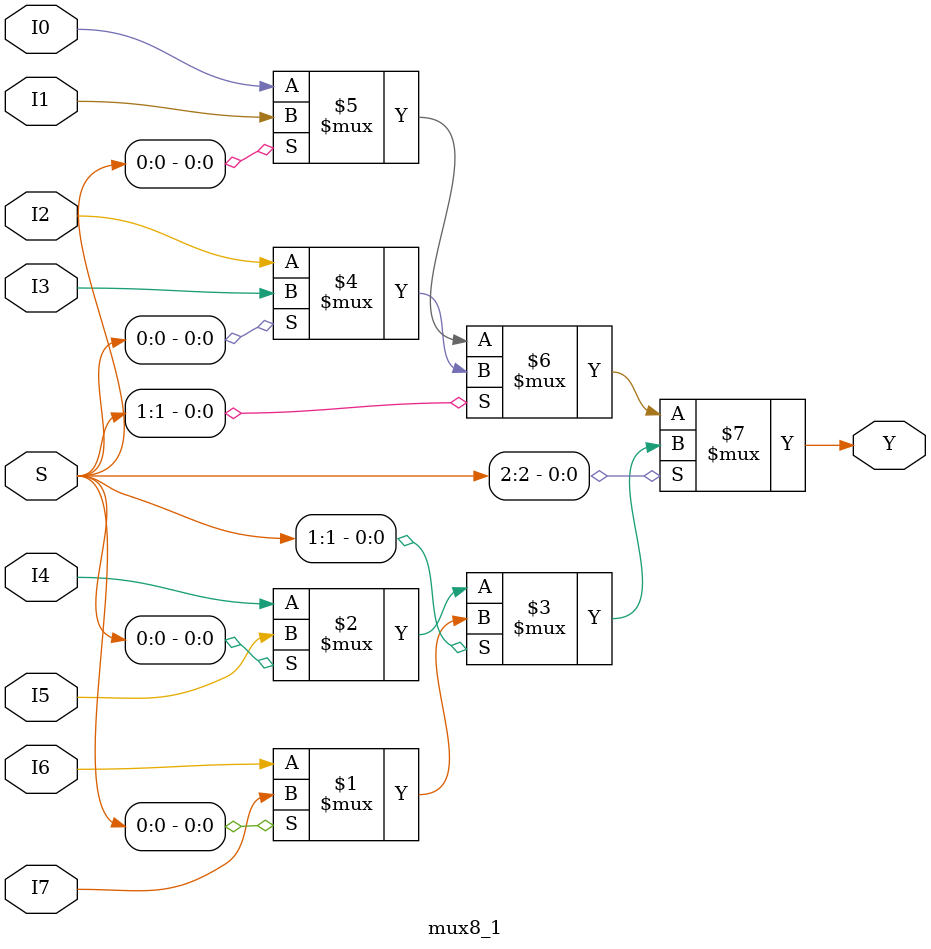
<source format=v>
`timescale 1ns / 1ps
module mux8_1(
output Y,
input I0,
input I1,
input I2,
input I3,
input I4,
input I5,
input I6,
input I7,
input [2:0]S   );
assign Y=S[2]?(S[1]?(S[0]?I7:I6):(S[0]?I5:I4)):(S[1]?(S[0]?I3:I2):(S[0]?I1:I0));
endmodule
   

</source>
